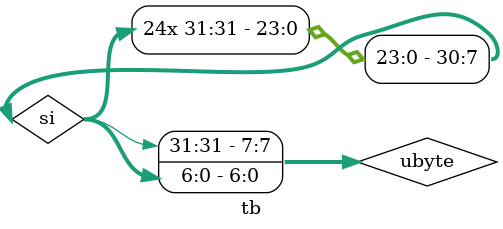
<source format=sv>

module tb;

  byte unsigned ubyte;
  int si = signed'(ubyte);

endmodule

</source>
